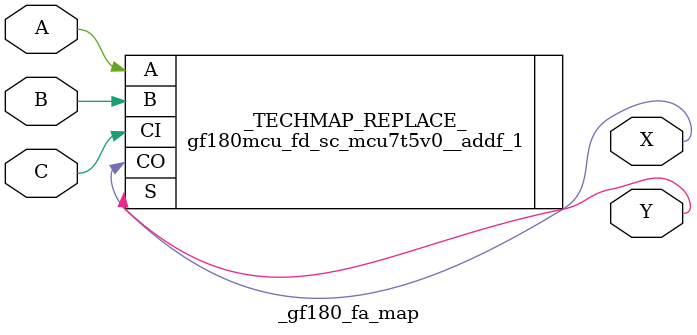
<source format=v>

(* techmap_celltype = "$fa" *)
module _gf180_fa_map (
    input  A,
    input  B,
    input  C,
    output X, // carry out
    output Y  // sum
);
    // Smallest drive strength variant; swap if timing requires.
    gf180mcu_fd_sc_mcu7t5v0__addf_1 _TECHMAP_REPLACE_ (
        .A  (A),
        .B  (B),
        .CI (C),
        .CO (X),
        .S  (Y)
    );
endmodule

</source>
